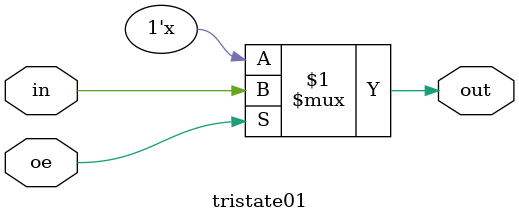
<source format=v>
module tristate01(out, in, oe);
    input in;
    input oe;
    output out;

    assign out = oe ? in : 1'bz;
endmodule
</source>
